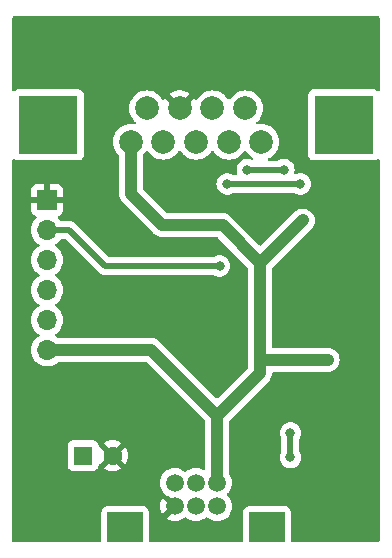
<source format=gbr>
%TF.GenerationSoftware,KiCad,Pcbnew,7.0.9*%
%TF.CreationDate,2023-12-18T18:57:19+03:00*%
%TF.ProjectId,SMD2WII,534d4432-5749-4492-9e6b-696361645f70,rev?*%
%TF.SameCoordinates,Original*%
%TF.FileFunction,Copper,L2,Bot*%
%TF.FilePolarity,Positive*%
%FSLAX46Y46*%
G04 Gerber Fmt 4.6, Leading zero omitted, Abs format (unit mm)*
G04 Created by KiCad (PCBNEW 7.0.9) date 2023-12-18 18:57:19*
%MOMM*%
%LPD*%
G01*
G04 APERTURE LIST*
G04 Aperture macros list*
%AMFreePoly0*
4,1,5,1.500000,-1.250000,-1.500000,-1.250000,-1.500000,1.250000,1.500000,1.250000,1.500000,-1.250000,1.500000,-1.250000,$1*%
G04 Aperture macros list end*
%TA.AperFunction,ComponentPad*%
%ADD10R,1.600000X1.600000*%
%TD*%
%TA.AperFunction,ComponentPad*%
%ADD11C,1.600000*%
%TD*%
%TA.AperFunction,ComponentPad*%
%ADD12R,5.000000X5.000000*%
%TD*%
%TA.AperFunction,ComponentPad*%
%ADD13C,2.000000*%
%TD*%
%TA.AperFunction,ComponentPad*%
%ADD14FreePoly0,180.000000*%
%TD*%
%TA.AperFunction,ComponentPad*%
%ADD15C,1.500000*%
%TD*%
%TA.AperFunction,ComponentPad*%
%ADD16R,1.700000X1.700000*%
%TD*%
%TA.AperFunction,ComponentPad*%
%ADD17O,1.700000X1.700000*%
%TD*%
%TA.AperFunction,ViaPad*%
%ADD18C,1.000000*%
%TD*%
%TA.AperFunction,ViaPad*%
%ADD19C,0.800000*%
%TD*%
%TA.AperFunction,Conductor*%
%ADD20C,1.000000*%
%TD*%
%TA.AperFunction,Conductor*%
%ADD21C,0.500000*%
%TD*%
G04 APERTURE END LIST*
D10*
%TO.P,C1,1*%
%TO.N,VCC*%
X104094888Y-91100000D03*
D11*
%TO.P,C1,2*%
%TO.N,GND*%
X106594888Y-91100000D03*
%TD*%
D12*
%TO.P,J2,0*%
%TO.N,N/C*%
X126160000Y-63110331D03*
X101160000Y-63110331D03*
D13*
%TO.P,J2,1,1*%
%TO.N,/SMD_D0*%
X119200000Y-64530331D03*
%TO.P,J2,2,2*%
%TO.N,/SMD_D1*%
X116430000Y-64530331D03*
%TO.P,J2,3,3*%
%TO.N,/SMD_D2*%
X113660000Y-64530331D03*
%TO.P,J2,4,4*%
%TO.N,/SMD_D3*%
X110890000Y-64530331D03*
%TO.P,J2,5,5*%
%TO.N,VCC*%
X108120000Y-64530331D03*
%TO.P,J2,6,6*%
%TO.N,/SMD_D4*%
X117815000Y-61690331D03*
%TO.P,J2,7,7*%
%TO.N,/SMD_SELECT*%
X115045000Y-61690331D03*
%TO.P,J2,8,8*%
%TO.N,GND*%
X112275000Y-61690331D03*
%TO.P,J2,9,9*%
%TO.N,/SMD_D5*%
X109505000Y-61690331D03*
%TD*%
D14*
%TO.P,J1,*%
%TO.N,*%
X119650000Y-97150000D03*
X107650000Y-97150000D03*
D15*
%TO.P,J1,1,VCC*%
%TO.N,VCC*%
X115450000Y-93400000D03*
%TO.P,J1,2,DTC*%
%TO.N,/DTC*%
X113650000Y-93400000D03*
%TO.P,J1,3,SDA*%
%TO.N,/SDA*%
X111850000Y-93400000D03*
%TO.P,J1,4,SCL*%
%TO.N,/SCL*%
X115450000Y-95400000D03*
%TO.P,J1,5*%
%TO.N,unconnected-(J1-Pad5)*%
X113650000Y-95400000D03*
%TO.P,J1,6,GND*%
%TO.N,GND*%
X111850000Y-95400000D03*
%TD*%
D16*
%TO.P,J3,1,Pin_1*%
%TO.N,GND*%
X101050000Y-69470000D03*
D17*
%TO.P,J3,2,Pin_2*%
%TO.N,RESET*%
X101050000Y-72010000D03*
%TO.P,J3,3,Pin_3*%
%TO.N,/MOSI*%
X101050000Y-74550000D03*
%TO.P,J3,4,Pin_4*%
%TO.N,/MISO*%
X101050000Y-77090000D03*
%TO.P,J3,5,Pin_5*%
%TO.N,/SCK*%
X101050000Y-79630000D03*
%TO.P,J3,6,Pin_6*%
%TO.N,VCC*%
X101050000Y-82170000D03*
%TD*%
D18*
%TO.N,VCC*%
X124800000Y-83000000D03*
X122700000Y-71200000D03*
D19*
%TO.N,GND*%
X109200000Y-87200000D03*
D18*
X113850000Y-69050000D03*
D19*
X116900000Y-83200000D03*
%TO.N,/DTC*%
X121650000Y-91249500D03*
X121650000Y-89200000D03*
%TO.N,/SMD_D4*%
X118000000Y-66900000D03*
X121100000Y-66900000D03*
%TO.N,/SMD_SELECT*%
X122500000Y-68100000D03*
X116300000Y-68100000D03*
%TO.N,RESET*%
X115650000Y-75050000D03*
%TD*%
D20*
%TO.N,VCC*%
X110800000Y-71600000D02*
X108120000Y-68920000D01*
X109870000Y-82170000D02*
X101050000Y-82170000D01*
X119100000Y-84100000D02*
X115450000Y-87750000D01*
X119100000Y-74800000D02*
X115900000Y-71600000D01*
X124800000Y-83000000D02*
X119100000Y-83000000D01*
X115900000Y-71600000D02*
X110800000Y-71600000D01*
X108120000Y-68920000D02*
X108120000Y-64530331D01*
X115450000Y-93200000D02*
X115450000Y-87750000D01*
X115450000Y-87750000D02*
X109870000Y-82170000D01*
X122700000Y-71200000D02*
X119100000Y-74800000D01*
X119100000Y-74800000D02*
X119100000Y-84100000D01*
D21*
%TO.N,/DTC*%
X121650000Y-91249500D02*
X121650000Y-89200000D01*
%TO.N,/SMD_D4*%
X118000000Y-66900000D02*
X121100000Y-66900000D01*
%TO.N,/SMD_SELECT*%
X122500000Y-68100000D02*
X116300000Y-68100000D01*
%TO.N,RESET*%
X102930000Y-72010000D02*
X101050000Y-72010000D01*
X105970000Y-75050000D02*
X102930000Y-72010000D01*
X115650000Y-75050000D02*
X105970000Y-75050000D01*
%TD*%
%TA.AperFunction,Conductor*%
%TO.N,GND*%
G36*
X129142539Y-53920185D02*
G01*
X129188294Y-53972989D01*
X129199500Y-54024500D01*
X129199500Y-60131280D01*
X129179815Y-60198319D01*
X129127011Y-60244074D01*
X129057853Y-60254018D01*
X129001189Y-60230547D01*
X128906204Y-60159442D01*
X128769203Y-60108342D01*
X128708654Y-60101831D01*
X128708638Y-60101831D01*
X123611362Y-60101831D01*
X123611345Y-60101831D01*
X123550797Y-60108342D01*
X123550795Y-60108342D01*
X123413795Y-60159442D01*
X123296739Y-60247070D01*
X123209111Y-60364126D01*
X123158011Y-60501126D01*
X123158011Y-60501128D01*
X123151500Y-60561676D01*
X123151500Y-65658985D01*
X123158011Y-65719533D01*
X123158011Y-65719535D01*
X123196955Y-65823945D01*
X123209111Y-65856535D01*
X123296739Y-65973592D01*
X123413796Y-66061220D01*
X123550799Y-66112320D01*
X123578050Y-66115249D01*
X123611345Y-66118830D01*
X123611362Y-66118831D01*
X128708638Y-66118831D01*
X128708654Y-66118830D01*
X128735692Y-66115922D01*
X128769201Y-66112320D01*
X128906204Y-66061220D01*
X129001191Y-65990113D01*
X129066653Y-65965697D01*
X129134926Y-65980548D01*
X129184332Y-66029953D01*
X129199500Y-66089381D01*
X129199500Y-98275500D01*
X129179815Y-98342539D01*
X129127011Y-98388294D01*
X129075500Y-98399500D01*
X121787729Y-98399500D01*
X121720690Y-98379815D01*
X121674935Y-98327011D01*
X121663729Y-98275500D01*
X121663729Y-95900000D01*
X121658500Y-95826888D01*
X121637469Y-95755265D01*
X121617304Y-95686589D01*
X121574106Y-95619372D01*
X121538251Y-95563580D01*
X121478436Y-95511750D01*
X121427743Y-95467824D01*
X121427741Y-95467823D01*
X121294734Y-95407080D01*
X121182323Y-95390918D01*
X121150000Y-95386271D01*
X118150000Y-95386271D01*
X118076888Y-95391499D01*
X117936586Y-95432697D01*
X117813580Y-95511748D01*
X117717824Y-95622257D01*
X117717823Y-95622258D01*
X117657080Y-95755265D01*
X117636271Y-95900000D01*
X117636271Y-98275500D01*
X117616586Y-98342539D01*
X117563782Y-98388294D01*
X117512271Y-98399500D01*
X109787729Y-98399500D01*
X109720690Y-98379815D01*
X109674935Y-98327011D01*
X109663729Y-98275500D01*
X109663729Y-95900000D01*
X109658500Y-95826888D01*
X109637469Y-95755265D01*
X109617304Y-95686589D01*
X109574106Y-95619372D01*
X109538251Y-95563580D01*
X109478436Y-95511750D01*
X109427743Y-95467824D01*
X109427741Y-95467823D01*
X109294734Y-95407080D01*
X109182323Y-95390918D01*
X109150000Y-95386271D01*
X106150000Y-95386271D01*
X106076888Y-95391499D01*
X105936586Y-95432697D01*
X105813580Y-95511748D01*
X105717824Y-95622257D01*
X105717823Y-95622258D01*
X105657080Y-95755265D01*
X105636271Y-95900000D01*
X105636271Y-98275500D01*
X105616586Y-98342539D01*
X105563782Y-98388294D01*
X105512271Y-98399500D01*
X98224500Y-98399500D01*
X98157461Y-98379815D01*
X98111706Y-98327011D01*
X98100500Y-98275500D01*
X98100500Y-91948654D01*
X102786388Y-91948654D01*
X102792899Y-92009202D01*
X102792899Y-92009204D01*
X102843999Y-92146204D01*
X102931627Y-92263261D01*
X103048684Y-92350889D01*
X103185687Y-92401989D01*
X103212938Y-92404918D01*
X103246233Y-92408499D01*
X103246250Y-92408500D01*
X104943526Y-92408500D01*
X104943542Y-92408499D01*
X104970580Y-92405591D01*
X105004089Y-92401989D01*
X105141092Y-92350889D01*
X105258149Y-92263261D01*
X105345777Y-92146204D01*
X105396877Y-92009201D01*
X105400479Y-91975692D01*
X105403387Y-91948654D01*
X105403565Y-91945331D01*
X105403743Y-91945340D01*
X105403744Y-91945335D01*
X105403847Y-91945346D01*
X105405016Y-91945408D01*
X105423073Y-91883915D01*
X105475877Y-91838160D01*
X105508854Y-91832480D01*
X106196934Y-91144399D01*
X106209723Y-91225148D01*
X106267247Y-91338045D01*
X106356843Y-91427641D01*
X106469740Y-91485165D01*
X106550487Y-91497953D01*
X105869414Y-92179025D01*
X105869414Y-92179026D01*
X105942400Y-92230131D01*
X105942404Y-92230133D01*
X106148561Y-92326265D01*
X106148570Y-92326269D01*
X106368277Y-92385139D01*
X106368288Y-92385141D01*
X106594886Y-92404966D01*
X106594890Y-92404966D01*
X106821487Y-92385141D01*
X106821498Y-92385139D01*
X107041205Y-92326269D01*
X107041219Y-92326264D01*
X107247366Y-92230136D01*
X107320360Y-92179025D01*
X106639289Y-91497953D01*
X106720036Y-91485165D01*
X106832933Y-91427641D01*
X106922529Y-91338045D01*
X106980053Y-91225148D01*
X106992841Y-91144400D01*
X107673913Y-91825472D01*
X107725024Y-91752478D01*
X107821152Y-91546331D01*
X107821157Y-91546317D01*
X107880027Y-91326610D01*
X107880029Y-91326599D01*
X107899854Y-91100002D01*
X107899854Y-91099997D01*
X107880029Y-90873400D01*
X107880027Y-90873389D01*
X107821157Y-90653682D01*
X107821153Y-90653673D01*
X107725021Y-90447516D01*
X107725019Y-90447512D01*
X107673914Y-90374526D01*
X107673913Y-90374526D01*
X106992841Y-91055598D01*
X106980053Y-90974852D01*
X106922529Y-90861955D01*
X106832933Y-90772359D01*
X106720036Y-90714835D01*
X106639288Y-90702046D01*
X107320360Y-90020974D01*
X107320359Y-90020973D01*
X107247371Y-89969866D01*
X107247369Y-89969865D01*
X107041214Y-89873734D01*
X107041205Y-89873730D01*
X106821498Y-89814860D01*
X106821487Y-89814858D01*
X106594890Y-89795034D01*
X106594886Y-89795034D01*
X106368288Y-89814858D01*
X106368277Y-89814860D01*
X106148570Y-89873730D01*
X106148561Y-89873734D01*
X105942401Y-89969868D01*
X105869415Y-90020972D01*
X105869414Y-90020973D01*
X106550488Y-90702046D01*
X106469740Y-90714835D01*
X106356843Y-90772359D01*
X106267247Y-90861955D01*
X106209723Y-90974852D01*
X106196934Y-91055599D01*
X105507797Y-90366462D01*
X105469694Y-90358804D01*
X105419511Y-90310188D01*
X105404853Y-90254600D01*
X105403847Y-90254653D01*
X105403744Y-90254665D01*
X105403743Y-90254659D01*
X105403565Y-90254669D01*
X105403387Y-90251345D01*
X105400045Y-90220270D01*
X105396877Y-90190799D01*
X105345777Y-90053796D01*
X105258149Y-89936739D01*
X105141092Y-89849111D01*
X105004091Y-89798011D01*
X104943542Y-89791500D01*
X104943526Y-89791500D01*
X103246250Y-89791500D01*
X103246233Y-89791500D01*
X103185685Y-89798011D01*
X103185683Y-89798011D01*
X103048683Y-89849111D01*
X102931627Y-89936739D01*
X102843999Y-90053795D01*
X102792899Y-90190795D01*
X102792899Y-90190797D01*
X102786388Y-90251345D01*
X102786388Y-91948654D01*
X98100500Y-91948654D01*
X98100500Y-82170005D01*
X99686844Y-82170005D01*
X99705434Y-82394359D01*
X99705436Y-82394371D01*
X99760703Y-82612614D01*
X99851140Y-82818792D01*
X99974276Y-83007265D01*
X99974284Y-83007276D01*
X100126756Y-83172902D01*
X100126761Y-83172907D01*
X100158614Y-83197699D01*
X100304424Y-83311189D01*
X100304425Y-83311189D01*
X100304427Y-83311191D01*
X100431135Y-83379761D01*
X100502426Y-83418342D01*
X100715365Y-83491444D01*
X100937431Y-83528500D01*
X101162569Y-83528500D01*
X101384635Y-83491444D01*
X101597574Y-83418342D01*
X101795576Y-83311189D01*
X101849723Y-83269043D01*
X101932461Y-83204647D01*
X101997455Y-83179004D01*
X102008623Y-83178500D01*
X109400904Y-83178500D01*
X109467943Y-83198185D01*
X109488585Y-83214819D01*
X114405181Y-88131415D01*
X114438666Y-88192738D01*
X114441500Y-88219096D01*
X114441500Y-92185840D01*
X114421815Y-92252879D01*
X114369011Y-92298634D01*
X114299853Y-92308578D01*
X114265096Y-92298222D01*
X114082082Y-92212882D01*
X114082077Y-92212880D01*
X114082076Y-92212880D01*
X113955699Y-92179017D01*
X113869372Y-92155885D01*
X113869365Y-92155884D01*
X113650002Y-92136693D01*
X113649998Y-92136693D01*
X113430634Y-92155884D01*
X113430627Y-92155885D01*
X113217920Y-92212881D01*
X113018346Y-92305944D01*
X113018342Y-92305946D01*
X112837967Y-92432247D01*
X112837960Y-92432252D01*
X112837681Y-92432532D01*
X112837527Y-92432615D01*
X112833819Y-92435728D01*
X112833193Y-92434982D01*
X112776358Y-92466017D01*
X112706666Y-92461033D01*
X112666571Y-92435264D01*
X112666182Y-92435729D01*
X112662546Y-92432678D01*
X112662319Y-92432532D01*
X112662038Y-92432251D01*
X112594755Y-92385139D01*
X112481654Y-92305944D01*
X112465094Y-92298222D01*
X112282081Y-92212882D01*
X112282079Y-92212881D01*
X112282076Y-92212880D01*
X112130777Y-92172339D01*
X112069372Y-92155885D01*
X112069365Y-92155884D01*
X111850002Y-92136693D01*
X111849998Y-92136693D01*
X111630634Y-92155884D01*
X111630627Y-92155885D01*
X111417920Y-92212881D01*
X111218346Y-92305944D01*
X111218342Y-92305946D01*
X111037967Y-92432247D01*
X111037960Y-92432252D01*
X110882252Y-92587960D01*
X110882247Y-92587967D01*
X110755946Y-92768342D01*
X110755944Y-92768346D01*
X110662881Y-92967920D01*
X110605885Y-93180627D01*
X110605884Y-93180634D01*
X110586693Y-93399997D01*
X110586693Y-93400000D01*
X110605885Y-93619371D01*
X110662880Y-93832076D01*
X110755944Y-94031654D01*
X110882251Y-94212038D01*
X111037962Y-94367749D01*
X111218346Y-94494056D01*
X111347047Y-94554069D01*
X111382323Y-94578770D01*
X111953553Y-95150000D01*
X111625376Y-95150000D01*
X111552455Y-95164505D01*
X111469760Y-95219760D01*
X111414505Y-95302455D01*
X111411916Y-95315468D01*
X110806875Y-94710427D01*
X110806875Y-94710428D01*
X110763333Y-94772612D01*
X110763332Y-94772614D01*
X110670898Y-94970840D01*
X110670894Y-94970849D01*
X110614289Y-95182105D01*
X110614287Y-95182115D01*
X110595225Y-95399999D01*
X110595225Y-95400000D01*
X110614287Y-95617884D01*
X110614289Y-95617894D01*
X110670894Y-95829150D01*
X110670898Y-95829159D01*
X110763335Y-96027391D01*
X110806873Y-96089571D01*
X110806875Y-96089572D01*
X111411916Y-95484530D01*
X111414505Y-95497545D01*
X111469760Y-95580240D01*
X111552455Y-95635495D01*
X111625376Y-95650000D01*
X111953551Y-95650000D01*
X111160426Y-96443124D01*
X111222611Y-96486666D01*
X111222613Y-96486667D01*
X111420840Y-96579101D01*
X111420849Y-96579105D01*
X111632105Y-96635710D01*
X111632115Y-96635712D01*
X111849999Y-96654775D01*
X111850001Y-96654775D01*
X112067884Y-96635712D01*
X112067894Y-96635710D01*
X112279150Y-96579105D01*
X112279159Y-96579101D01*
X112477387Y-96486666D01*
X112656554Y-96361212D01*
X112660698Y-96357735D01*
X112661461Y-96358644D01*
X112717632Y-96327973D01*
X112787324Y-96332957D01*
X112831671Y-96361458D01*
X112837962Y-96367749D01*
X113018346Y-96494056D01*
X113217924Y-96587120D01*
X113430629Y-96644115D01*
X113587322Y-96657823D01*
X113649998Y-96663307D01*
X113650000Y-96663307D01*
X113650002Y-96663307D01*
X113704842Y-96658509D01*
X113869371Y-96644115D01*
X114082076Y-96587120D01*
X114281654Y-96494056D01*
X114462038Y-96367749D01*
X114462319Y-96367468D01*
X114462471Y-96367384D01*
X114466182Y-96364271D01*
X114466807Y-96365016D01*
X114523642Y-96333983D01*
X114593334Y-96338967D01*
X114633428Y-96364735D01*
X114633818Y-96364271D01*
X114637453Y-96367321D01*
X114637681Y-96367468D01*
X114637962Y-96367749D01*
X114818346Y-96494056D01*
X115017924Y-96587120D01*
X115230629Y-96644115D01*
X115387322Y-96657823D01*
X115449998Y-96663307D01*
X115450000Y-96663307D01*
X115450002Y-96663307D01*
X115504842Y-96658509D01*
X115669371Y-96644115D01*
X115882076Y-96587120D01*
X116081654Y-96494056D01*
X116262038Y-96367749D01*
X116417749Y-96212038D01*
X116544056Y-96031654D01*
X116637120Y-95832076D01*
X116694115Y-95619371D01*
X116709516Y-95443333D01*
X116713307Y-95400002D01*
X116713307Y-95399997D01*
X116694115Y-95180634D01*
X116694115Y-95180629D01*
X116637120Y-94967924D01*
X116544056Y-94768347D01*
X116544054Y-94768344D01*
X116544053Y-94768342D01*
X116457068Y-94644115D01*
X116417749Y-94587962D01*
X116317468Y-94487681D01*
X116283983Y-94426358D01*
X116288967Y-94356666D01*
X116317468Y-94312319D01*
X116350000Y-94279787D01*
X116417749Y-94212038D01*
X116544056Y-94031654D01*
X116637120Y-93832076D01*
X116694115Y-93619371D01*
X116713307Y-93400000D01*
X116694115Y-93180629D01*
X116637120Y-92967924D01*
X116544056Y-92768347D01*
X116480925Y-92678186D01*
X116458598Y-92611980D01*
X116458500Y-92607063D01*
X116458500Y-91249500D01*
X120736496Y-91249500D01*
X120756458Y-91439428D01*
X120756459Y-91439431D01*
X120815470Y-91621049D01*
X120815473Y-91621056D01*
X120910960Y-91786444D01*
X121038747Y-91928366D01*
X121193248Y-92040618D01*
X121367712Y-92118294D01*
X121554513Y-92158000D01*
X121745487Y-92158000D01*
X121932288Y-92118294D01*
X122106752Y-92040618D01*
X122261253Y-91928366D01*
X122389040Y-91786444D01*
X122484527Y-91621056D01*
X122543542Y-91439428D01*
X122563504Y-91249500D01*
X122543542Y-91059572D01*
X122484527Y-90877944D01*
X122425111Y-90775033D01*
X122408500Y-90713035D01*
X122408500Y-89736463D01*
X122425113Y-89674463D01*
X122484527Y-89571556D01*
X122543542Y-89389928D01*
X122563504Y-89200000D01*
X122543542Y-89010072D01*
X122484527Y-88828444D01*
X122389040Y-88663056D01*
X122261253Y-88521134D01*
X122106752Y-88408882D01*
X121932288Y-88331206D01*
X121932286Y-88331205D01*
X121745487Y-88291500D01*
X121554513Y-88291500D01*
X121367714Y-88331205D01*
X121193246Y-88408883D01*
X121038745Y-88521135D01*
X120910959Y-88663057D01*
X120815473Y-88828443D01*
X120815470Y-88828450D01*
X120756459Y-89010068D01*
X120756458Y-89010072D01*
X120736496Y-89200000D01*
X120756458Y-89389928D01*
X120756459Y-89389931D01*
X120815470Y-89571549D01*
X120815473Y-89571556D01*
X120874887Y-89674463D01*
X120891500Y-89736463D01*
X120891500Y-90713035D01*
X120874888Y-90775033D01*
X120818097Y-90873400D01*
X120815472Y-90877946D01*
X120815470Y-90877950D01*
X120783985Y-90974852D01*
X120756458Y-91059572D01*
X120736496Y-91249500D01*
X116458500Y-91249500D01*
X116458500Y-88219096D01*
X116478185Y-88152057D01*
X116494819Y-88131415D01*
X119775934Y-84850299D01*
X119780424Y-84846229D01*
X119816568Y-84816568D01*
X119942595Y-84663004D01*
X120035543Y-84489108D01*
X120036193Y-84487962D01*
X120036241Y-84487804D01*
X120036242Y-84487803D01*
X120093909Y-84297700D01*
X120111377Y-84120345D01*
X120137538Y-84055559D01*
X120194572Y-84015200D01*
X120234780Y-84008500D01*
X124747404Y-84008500D01*
X124753485Y-84008799D01*
X124767051Y-84010134D01*
X124800000Y-84013380D01*
X124997701Y-83993908D01*
X125187804Y-83936241D01*
X125363004Y-83842595D01*
X125516568Y-83716568D01*
X125642595Y-83563004D01*
X125736241Y-83387804D01*
X125793908Y-83197701D01*
X125813380Y-83000000D01*
X125793908Y-82802299D01*
X125736241Y-82612196D01*
X125736239Y-82612193D01*
X125736239Y-82612191D01*
X125642598Y-82437001D01*
X125642594Y-82436994D01*
X125516568Y-82283431D01*
X125363005Y-82157405D01*
X125362998Y-82157401D01*
X125187808Y-82063760D01*
X125092752Y-82034925D01*
X124997701Y-82006092D01*
X124997699Y-82006091D01*
X124997701Y-82006091D01*
X124817725Y-81988365D01*
X124800000Y-81986620D01*
X124799999Y-81986620D01*
X124753485Y-81991201D01*
X124747404Y-81991500D01*
X120232500Y-81991500D01*
X120165461Y-81971815D01*
X120119706Y-81919011D01*
X120108500Y-81867500D01*
X120108500Y-75269095D01*
X120128185Y-75202056D01*
X120144814Y-75181419D01*
X123375944Y-71950288D01*
X123380413Y-71946238D01*
X123416568Y-71916568D01*
X123542595Y-71763004D01*
X123636241Y-71587804D01*
X123662173Y-71502319D01*
X123693909Y-71397701D01*
X123713380Y-71200000D01*
X123693909Y-71002299D01*
X123636241Y-70812196D01*
X123556900Y-70663759D01*
X123542595Y-70636996D01*
X123517232Y-70606091D01*
X123416568Y-70483431D01*
X123263005Y-70357405D01*
X123262998Y-70357401D01*
X123087805Y-70263759D01*
X122897703Y-70206091D01*
X122700000Y-70186620D01*
X122502296Y-70206091D01*
X122356442Y-70250337D01*
X122312191Y-70263760D01*
X122137001Y-70357401D01*
X122136994Y-70357405D01*
X121983431Y-70483432D01*
X121953775Y-70519567D01*
X121949687Y-70524077D01*
X119187680Y-73286084D01*
X119126357Y-73319569D01*
X119056665Y-73314585D01*
X119012318Y-73286084D01*
X117960593Y-72234359D01*
X116650301Y-70924067D01*
X116646222Y-70919566D01*
X116616567Y-70883430D01*
X116463005Y-70757405D01*
X116462998Y-70757401D01*
X116287805Y-70663759D01*
X116097703Y-70606091D01*
X115965900Y-70593110D01*
X115900000Y-70586620D01*
X115899999Y-70586620D01*
X115853482Y-70591201D01*
X115847402Y-70591500D01*
X111269096Y-70591500D01*
X111202057Y-70571815D01*
X111181415Y-70555181D01*
X109164819Y-68538585D01*
X109131334Y-68477262D01*
X109128500Y-68450904D01*
X109128500Y-65709964D01*
X109148185Y-65642925D01*
X109171971Y-65615672D01*
X109189959Y-65600309D01*
X109189960Y-65600307D01*
X109189969Y-65600300D01*
X109344176Y-65419747D01*
X109399273Y-65329838D01*
X109451085Y-65282963D01*
X109520014Y-65271540D01*
X109584177Y-65299197D01*
X109610727Y-65329838D01*
X109665820Y-65419741D01*
X109665821Y-65419744D01*
X109665824Y-65419747D01*
X109820031Y-65600300D01*
X109906531Y-65674178D01*
X110000586Y-65754509D01*
X110000589Y-65754510D01*
X110203037Y-65878571D01*
X110203040Y-65878573D01*
X110422403Y-65969435D01*
X110422404Y-65969435D01*
X110422406Y-65969436D01*
X110653289Y-66024866D01*
X110890000Y-66043496D01*
X111126711Y-66024866D01*
X111357594Y-65969436D01*
X111357596Y-65969435D01*
X111357597Y-65969435D01*
X111576959Y-65878573D01*
X111576960Y-65878572D01*
X111576963Y-65878571D01*
X111779416Y-65754507D01*
X111959969Y-65600300D01*
X112114176Y-65419747D01*
X112169273Y-65329838D01*
X112221085Y-65282963D01*
X112290014Y-65271540D01*
X112354177Y-65299197D01*
X112380727Y-65329838D01*
X112435820Y-65419741D01*
X112435821Y-65419744D01*
X112435824Y-65419747D01*
X112590031Y-65600300D01*
X112676531Y-65674178D01*
X112770586Y-65754509D01*
X112770589Y-65754510D01*
X112973037Y-65878571D01*
X112973040Y-65878573D01*
X113192403Y-65969435D01*
X113192404Y-65969435D01*
X113192406Y-65969436D01*
X113423289Y-66024866D01*
X113660000Y-66043496D01*
X113896711Y-66024866D01*
X114127594Y-65969436D01*
X114127596Y-65969435D01*
X114127597Y-65969435D01*
X114346959Y-65878573D01*
X114346960Y-65878572D01*
X114346963Y-65878571D01*
X114549416Y-65754507D01*
X114729969Y-65600300D01*
X114884176Y-65419747D01*
X114939273Y-65329838D01*
X114991085Y-65282963D01*
X115060014Y-65271540D01*
X115124177Y-65299197D01*
X115150727Y-65329838D01*
X115205820Y-65419741D01*
X115205821Y-65419744D01*
X115205824Y-65419747D01*
X115360031Y-65600300D01*
X115446531Y-65674178D01*
X115540586Y-65754509D01*
X115540589Y-65754510D01*
X115743037Y-65878571D01*
X115743040Y-65878573D01*
X115962403Y-65969435D01*
X115962404Y-65969435D01*
X115962406Y-65969436D01*
X116193289Y-66024866D01*
X116430000Y-66043496D01*
X116666711Y-66024866D01*
X116897594Y-65969436D01*
X116897596Y-65969435D01*
X116897597Y-65969435D01*
X117116959Y-65878573D01*
X117116960Y-65878572D01*
X117116963Y-65878571D01*
X117319416Y-65754507D01*
X117499969Y-65600300D01*
X117654176Y-65419747D01*
X117709273Y-65329838D01*
X117761085Y-65282963D01*
X117830014Y-65271540D01*
X117894177Y-65299197D01*
X117920727Y-65329838D01*
X117975820Y-65419741D01*
X117975821Y-65419744D01*
X117975824Y-65419747D01*
X118130031Y-65600300D01*
X118216531Y-65674178D01*
X118310586Y-65754509D01*
X118310588Y-65754510D01*
X118423896Y-65823945D01*
X118470771Y-65875756D01*
X118482194Y-65944686D01*
X118454537Y-66008849D01*
X118396581Y-66047874D01*
X118326728Y-66049370D01*
X118308673Y-66042953D01*
X118296180Y-66037391D01*
X118282288Y-66031206D01*
X118282286Y-66031205D01*
X118095487Y-65991500D01*
X117904513Y-65991500D01*
X117717714Y-66031205D01*
X117717712Y-66031206D01*
X117543253Y-66108880D01*
X117543246Y-66108883D01*
X117388745Y-66221135D01*
X117260959Y-66363057D01*
X117165473Y-66528443D01*
X117165470Y-66528450D01*
X117106459Y-66710068D01*
X117106458Y-66710072D01*
X117086496Y-66900000D01*
X117106458Y-67089928D01*
X117106459Y-67089931D01*
X117135458Y-67179182D01*
X117137453Y-67249024D01*
X117101372Y-67308856D01*
X117038671Y-67339684D01*
X117017527Y-67341500D01*
X116841937Y-67341500D01*
X116774898Y-67321815D01*
X116769051Y-67317818D01*
X116756750Y-67308880D01*
X116622308Y-67249024D01*
X116582288Y-67231206D01*
X116582286Y-67231205D01*
X116395487Y-67191500D01*
X116204513Y-67191500D01*
X116017714Y-67231205D01*
X116017712Y-67231206D01*
X115843253Y-67308880D01*
X115843246Y-67308883D01*
X115688745Y-67421135D01*
X115560959Y-67563057D01*
X115465473Y-67728443D01*
X115465470Y-67728450D01*
X115406459Y-67910068D01*
X115406458Y-67910072D01*
X115386496Y-68100000D01*
X115406458Y-68289928D01*
X115406459Y-68289931D01*
X115465470Y-68471549D01*
X115465473Y-68471556D01*
X115560960Y-68636944D01*
X115688747Y-68778866D01*
X115843248Y-68891118D01*
X116017712Y-68968794D01*
X116204513Y-69008500D01*
X116395487Y-69008500D01*
X116582288Y-68968794D01*
X116756752Y-68891118D01*
X116769051Y-68882181D01*
X116834858Y-68858702D01*
X116841937Y-68858500D01*
X121958063Y-68858500D01*
X122025102Y-68878185D01*
X122030949Y-68882182D01*
X122043249Y-68891119D01*
X122108116Y-68919999D01*
X122217712Y-68968794D01*
X122404513Y-69008500D01*
X122595487Y-69008500D01*
X122782288Y-68968794D01*
X122956752Y-68891118D01*
X123111253Y-68778866D01*
X123239040Y-68636944D01*
X123334527Y-68471556D01*
X123393542Y-68289928D01*
X123413504Y-68100000D01*
X123393542Y-67910072D01*
X123334527Y-67728444D01*
X123239040Y-67563056D01*
X123111253Y-67421134D01*
X122956752Y-67308882D01*
X122782288Y-67231206D01*
X122782286Y-67231205D01*
X122595487Y-67191500D01*
X122404513Y-67191500D01*
X122217713Y-67231205D01*
X122217710Y-67231206D01*
X122156389Y-67258508D01*
X122087139Y-67267792D01*
X122023863Y-67238163D01*
X121986650Y-67179028D01*
X121987316Y-67109161D01*
X121988024Y-67106909D01*
X121993542Y-67089928D01*
X122013504Y-66900000D01*
X121993542Y-66710072D01*
X121934527Y-66528444D01*
X121839040Y-66363056D01*
X121711253Y-66221134D01*
X121556752Y-66108882D01*
X121382288Y-66031206D01*
X121382286Y-66031205D01*
X121195487Y-65991500D01*
X121004513Y-65991500D01*
X120817714Y-66031205D01*
X120643249Y-66108880D01*
X120630949Y-66117818D01*
X120565142Y-66141298D01*
X120558063Y-66141500D01*
X119875587Y-66141500D01*
X119808548Y-66121815D01*
X119762793Y-66069011D01*
X119752849Y-65999853D01*
X119781874Y-65936297D01*
X119828134Y-65902939D01*
X119886963Y-65878571D01*
X119976104Y-65823945D01*
X120089416Y-65754507D01*
X120269969Y-65600300D01*
X120424176Y-65419747D01*
X120548240Y-65217294D01*
X120585001Y-65128546D01*
X120639104Y-64997928D01*
X120639104Y-64997927D01*
X120639105Y-64997925D01*
X120694535Y-64767042D01*
X120713165Y-64530331D01*
X120694535Y-64293620D01*
X120639105Y-64062737D01*
X120639104Y-64062734D01*
X120639104Y-64062733D01*
X120548242Y-63843371D01*
X120548240Y-63843368D01*
X120424179Y-63640920D01*
X120424178Y-63640917D01*
X120280326Y-63472489D01*
X120269969Y-63460362D01*
X120114900Y-63327920D01*
X120089413Y-63306152D01*
X120089410Y-63306151D01*
X119886962Y-63182090D01*
X119886959Y-63182088D01*
X119667596Y-63091226D01*
X119436714Y-63035796D01*
X119200000Y-63017166D01*
X118963289Y-63035796D01*
X118963285Y-63035796D01*
X118963284Y-63035797D01*
X118907880Y-63049098D01*
X118838098Y-63045607D01*
X118781281Y-63004943D01*
X118755468Y-62940016D01*
X118768854Y-62871441D01*
X118798399Y-62834237D01*
X118884969Y-62760300D01*
X119039176Y-62579747D01*
X119163240Y-62377294D01*
X119200001Y-62288546D01*
X119254104Y-62157928D01*
X119254104Y-62157927D01*
X119254105Y-62157925D01*
X119309535Y-61927042D01*
X119328165Y-61690331D01*
X119309535Y-61453620D01*
X119254105Y-61222737D01*
X119254104Y-61222734D01*
X119254104Y-61222733D01*
X119163242Y-61003371D01*
X119163240Y-61003368D01*
X119039179Y-60800920D01*
X119039178Y-60800917D01*
X119004340Y-60760128D01*
X118884969Y-60620362D01*
X118765596Y-60518407D01*
X118704413Y-60466152D01*
X118704410Y-60466151D01*
X118501962Y-60342090D01*
X118501959Y-60342088D01*
X118282596Y-60251226D01*
X118051714Y-60195796D01*
X117815000Y-60177166D01*
X117578285Y-60195796D01*
X117347404Y-60251226D01*
X117347402Y-60251226D01*
X117128040Y-60342088D01*
X117128037Y-60342090D01*
X116925589Y-60466151D01*
X116925586Y-60466152D01*
X116745031Y-60620362D01*
X116590821Y-60800917D01*
X116590820Y-60800920D01*
X116535727Y-60890823D01*
X116483915Y-60937699D01*
X116414985Y-60949121D01*
X116350823Y-60921463D01*
X116324273Y-60890823D01*
X116269179Y-60800920D01*
X116269178Y-60800917D01*
X116234340Y-60760128D01*
X116114969Y-60620362D01*
X115995596Y-60518407D01*
X115934413Y-60466152D01*
X115934410Y-60466151D01*
X115731962Y-60342090D01*
X115731959Y-60342088D01*
X115512596Y-60251226D01*
X115281714Y-60195796D01*
X115045000Y-60177166D01*
X114808285Y-60195796D01*
X114577404Y-60251226D01*
X114577402Y-60251226D01*
X114358040Y-60342088D01*
X114358037Y-60342090D01*
X114155589Y-60466151D01*
X114155586Y-60466152D01*
X113975031Y-60620362D01*
X113820821Y-60800917D01*
X113820820Y-60800920D01*
X113760985Y-60898561D01*
X113709173Y-60945437D01*
X113640243Y-60956859D01*
X113576080Y-60929201D01*
X113551450Y-60901593D01*
X113498434Y-60820447D01*
X112758076Y-61560806D01*
X112734493Y-61480487D01*
X112656761Y-61359533D01*
X112548100Y-61265379D01*
X112417315Y-61205651D01*
X112407534Y-61204244D01*
X113145057Y-60466721D01*
X113145056Y-60466720D01*
X113098229Y-60430274D01*
X112879614Y-60311966D01*
X112879603Y-60311961D01*
X112644493Y-60231247D01*
X112399293Y-60190331D01*
X112150707Y-60190331D01*
X111905506Y-60231247D01*
X111670396Y-60311961D01*
X111670390Y-60311963D01*
X111451761Y-60430280D01*
X111404942Y-60466719D01*
X111404942Y-60466721D01*
X112142466Y-61204244D01*
X112132685Y-61205651D01*
X112001900Y-61265379D01*
X111893239Y-61359533D01*
X111815507Y-61480487D01*
X111791923Y-61560806D01*
X111051564Y-60820447D01*
X110998550Y-60901592D01*
X110945403Y-60946948D01*
X110876172Y-60956372D01*
X110812836Y-60926870D01*
X110789014Y-60898560D01*
X110729179Y-60800920D01*
X110729178Y-60800917D01*
X110694340Y-60760128D01*
X110574969Y-60620362D01*
X110455596Y-60518407D01*
X110394413Y-60466152D01*
X110394410Y-60466151D01*
X110191962Y-60342090D01*
X110191959Y-60342088D01*
X109972596Y-60251226D01*
X109741714Y-60195796D01*
X109505000Y-60177166D01*
X109268285Y-60195796D01*
X109037404Y-60251226D01*
X109037402Y-60251226D01*
X108818040Y-60342088D01*
X108818037Y-60342090D01*
X108615589Y-60466151D01*
X108615586Y-60466152D01*
X108435031Y-60620362D01*
X108280821Y-60800917D01*
X108280820Y-60800920D01*
X108156759Y-61003368D01*
X108156757Y-61003371D01*
X108065895Y-61222733D01*
X108065895Y-61222735D01*
X108010465Y-61453616D01*
X107991835Y-61690331D01*
X108010465Y-61927045D01*
X108065895Y-62157926D01*
X108065895Y-62157928D01*
X108156757Y-62377290D01*
X108156759Y-62377293D01*
X108280820Y-62579741D01*
X108280821Y-62579744D01*
X108280824Y-62579747D01*
X108435031Y-62760300D01*
X108521597Y-62834234D01*
X108559790Y-62892741D01*
X108560288Y-62962609D01*
X108522935Y-63021655D01*
X108459588Y-63051133D01*
X108412118Y-63049098D01*
X108356714Y-63035796D01*
X108120000Y-63017166D01*
X107883285Y-63035796D01*
X107652404Y-63091226D01*
X107652402Y-63091226D01*
X107433040Y-63182088D01*
X107433037Y-63182090D01*
X107230589Y-63306151D01*
X107230586Y-63306152D01*
X107050031Y-63460362D01*
X106895821Y-63640917D01*
X106895820Y-63640920D01*
X106771759Y-63843368D01*
X106771757Y-63843371D01*
X106680895Y-64062733D01*
X106680895Y-64062735D01*
X106625465Y-64293616D01*
X106606835Y-64530331D01*
X106625465Y-64767045D01*
X106680895Y-64997926D01*
X106680895Y-64997928D01*
X106771757Y-65217290D01*
X106771759Y-65217293D01*
X106895820Y-65419741D01*
X106895821Y-65419744D01*
X106895824Y-65419747D01*
X107050031Y-65600300D01*
X107050034Y-65600303D01*
X107050040Y-65600309D01*
X107068029Y-65615672D01*
X107106224Y-65674178D01*
X107111500Y-65709964D01*
X107111500Y-68867401D01*
X107111201Y-68873481D01*
X107106620Y-68919999D01*
X107126091Y-69117703D01*
X107183759Y-69307805D01*
X107277401Y-69482998D01*
X107277405Y-69483005D01*
X107403430Y-69636567D01*
X107439566Y-69666222D01*
X107444067Y-69670301D01*
X110049696Y-72275930D01*
X110053776Y-72280432D01*
X110083432Y-72316568D01*
X110236994Y-72442594D01*
X110237001Y-72442598D01*
X110412191Y-72536239D01*
X110412193Y-72536239D01*
X110412196Y-72536241D01*
X110602299Y-72593908D01*
X110602298Y-72593908D01*
X110620024Y-72595653D01*
X110800000Y-72613380D01*
X110833922Y-72610038D01*
X110846515Y-72608799D01*
X110852596Y-72608500D01*
X115430904Y-72608500D01*
X115497943Y-72628185D01*
X115518585Y-72644819D01*
X118055181Y-75181415D01*
X118088666Y-75242738D01*
X118091500Y-75269096D01*
X118091500Y-82947403D01*
X118091201Y-82953483D01*
X118086620Y-82999999D01*
X118091201Y-83046514D01*
X118091500Y-83052595D01*
X118091500Y-83630902D01*
X118071815Y-83697941D01*
X118055181Y-83718583D01*
X115537680Y-86236084D01*
X115476357Y-86269569D01*
X115406665Y-86264585D01*
X115362318Y-86236084D01*
X113062473Y-83936239D01*
X110620301Y-81494067D01*
X110616222Y-81489566D01*
X110586567Y-81453430D01*
X110433005Y-81327405D01*
X110432998Y-81327401D01*
X110257805Y-81233759D01*
X110067703Y-81176091D01*
X109935900Y-81163110D01*
X109870000Y-81156620D01*
X109869999Y-81156620D01*
X109823482Y-81161201D01*
X109817402Y-81161500D01*
X102008623Y-81161500D01*
X101941584Y-81141815D01*
X101932461Y-81135353D01*
X101795579Y-81028813D01*
X101795570Y-81028807D01*
X101759070Y-81009055D01*
X101709479Y-80959836D01*
X101694371Y-80891619D01*
X101718541Y-80826064D01*
X101759070Y-80790945D01*
X101759084Y-80790936D01*
X101795576Y-80771189D01*
X101973240Y-80632906D01*
X102125722Y-80467268D01*
X102248860Y-80278791D01*
X102339296Y-80072616D01*
X102394564Y-79854368D01*
X102413156Y-79630000D01*
X102394564Y-79405632D01*
X102339296Y-79187384D01*
X102248860Y-78981209D01*
X102125722Y-78792732D01*
X102125719Y-78792729D01*
X102125715Y-78792723D01*
X101973243Y-78627097D01*
X101973238Y-78627092D01*
X101795577Y-78488812D01*
X101795578Y-78488812D01*
X101795576Y-78488811D01*
X101759070Y-78469055D01*
X101709479Y-78419836D01*
X101694371Y-78351619D01*
X101718541Y-78286064D01*
X101759070Y-78250945D01*
X101759084Y-78250936D01*
X101795576Y-78231189D01*
X101973240Y-78092906D01*
X102125722Y-77927268D01*
X102248860Y-77738791D01*
X102339296Y-77532616D01*
X102394564Y-77314368D01*
X102413156Y-77090000D01*
X102394564Y-76865632D01*
X102339296Y-76647384D01*
X102248860Y-76441209D01*
X102125722Y-76252732D01*
X102125719Y-76252729D01*
X102125715Y-76252723D01*
X101973243Y-76087097D01*
X101973238Y-76087092D01*
X101795577Y-75948812D01*
X101795578Y-75948812D01*
X101795576Y-75948811D01*
X101759070Y-75929055D01*
X101709479Y-75879836D01*
X101694371Y-75811619D01*
X101718541Y-75746064D01*
X101759070Y-75710945D01*
X101759084Y-75710936D01*
X101795576Y-75691189D01*
X101973240Y-75552906D01*
X102072614Y-75444957D01*
X102125715Y-75387276D01*
X102125716Y-75387274D01*
X102125722Y-75387268D01*
X102248860Y-75198791D01*
X102339296Y-74992616D01*
X102394564Y-74774368D01*
X102413156Y-74550000D01*
X102398334Y-74371134D01*
X102394565Y-74325640D01*
X102394563Y-74325628D01*
X102339296Y-74107385D01*
X102248859Y-73901207D01*
X102125723Y-73712734D01*
X102125715Y-73712723D01*
X101973243Y-73547097D01*
X101973238Y-73547092D01*
X101795577Y-73408812D01*
X101795578Y-73408812D01*
X101795576Y-73408811D01*
X101759070Y-73389055D01*
X101709479Y-73339836D01*
X101694371Y-73271619D01*
X101718541Y-73206064D01*
X101759070Y-73170945D01*
X101759084Y-73170936D01*
X101795576Y-73151189D01*
X101973240Y-73012906D01*
X102125722Y-72847268D01*
X102140482Y-72824675D01*
X102193628Y-72779321D01*
X102244289Y-72768500D01*
X102564457Y-72768500D01*
X102631496Y-72788185D01*
X102652138Y-72804819D01*
X105388196Y-75540877D01*
X105399977Y-75554509D01*
X105414531Y-75574058D01*
X105444807Y-75599463D01*
X105455005Y-75608020D01*
X105458995Y-75611676D01*
X105464899Y-75617580D01*
X105490896Y-75638136D01*
X105550360Y-75688032D01*
X105550362Y-75688033D01*
X105556396Y-75692002D01*
X105556369Y-75692042D01*
X105562921Y-75696216D01*
X105562947Y-75696175D01*
X105569099Y-75699970D01*
X105631064Y-75728864D01*
X105639447Y-75732773D01*
X105708812Y-75767609D01*
X105708813Y-75767609D01*
X105708815Y-75767610D01*
X105715594Y-75770077D01*
X105715577Y-75770122D01*
X105722925Y-75772676D01*
X105722941Y-75772631D01*
X105729790Y-75774901D01*
X105729793Y-75774901D01*
X105729794Y-75774902D01*
X105805818Y-75790599D01*
X105881344Y-75808500D01*
X105881345Y-75808500D01*
X105881349Y-75808501D01*
X105888517Y-75809339D01*
X105888511Y-75809386D01*
X105896242Y-75810176D01*
X105896247Y-75810129D01*
X105903437Y-75810758D01*
X105903441Y-75810757D01*
X105903442Y-75810758D01*
X105981045Y-75808500D01*
X115108063Y-75808500D01*
X115175102Y-75828185D01*
X115180949Y-75832182D01*
X115193249Y-75841119D01*
X115260220Y-75870935D01*
X115367712Y-75918794D01*
X115554513Y-75958500D01*
X115745487Y-75958500D01*
X115932288Y-75918794D01*
X116106752Y-75841118D01*
X116261253Y-75728866D01*
X116389040Y-75586944D01*
X116484527Y-75421556D01*
X116543542Y-75239928D01*
X116563504Y-75050000D01*
X116543542Y-74860072D01*
X116484527Y-74678444D01*
X116389040Y-74513056D01*
X116261253Y-74371134D01*
X116106752Y-74258882D01*
X115932288Y-74181206D01*
X115932286Y-74181205D01*
X115745487Y-74141500D01*
X115554513Y-74141500D01*
X115367714Y-74181205D01*
X115193249Y-74258880D01*
X115180949Y-74267818D01*
X115115142Y-74291298D01*
X115108063Y-74291500D01*
X106335543Y-74291500D01*
X106268504Y-74271815D01*
X106247862Y-74255181D01*
X103511804Y-71519123D01*
X103500022Y-71505490D01*
X103485472Y-71485946D01*
X103485471Y-71485945D01*
X103485469Y-71485942D01*
X103484595Y-71485208D01*
X103444987Y-71451972D01*
X103440998Y-71448317D01*
X103435102Y-71442421D01*
X103435101Y-71442420D01*
X103409103Y-71421863D01*
X103349640Y-71371968D01*
X103349635Y-71371965D01*
X103343605Y-71367999D01*
X103343630Y-71367959D01*
X103337069Y-71363779D01*
X103337045Y-71363820D01*
X103330904Y-71360031D01*
X103260540Y-71327220D01*
X103191185Y-71292389D01*
X103184401Y-71289920D01*
X103184416Y-71289876D01*
X103177071Y-71287322D01*
X103177057Y-71287367D01*
X103170205Y-71285096D01*
X103132177Y-71277244D01*
X103094149Y-71269392D01*
X103018656Y-71251500D01*
X103018654Y-71251500D01*
X103018646Y-71251498D01*
X103011482Y-71250661D01*
X103011487Y-71250612D01*
X103003757Y-71249822D01*
X103003753Y-71249870D01*
X102996562Y-71249240D01*
X102918920Y-71251500D01*
X102244289Y-71251500D01*
X102177250Y-71231815D01*
X102140482Y-71195324D01*
X102125722Y-71172732D01*
X101974291Y-71008236D01*
X101943370Y-70945584D01*
X101951230Y-70876158D01*
X101995376Y-70822002D01*
X102022189Y-70808073D01*
X102142086Y-70763354D01*
X102142093Y-70763350D01*
X102257187Y-70677190D01*
X102257190Y-70677187D01*
X102343350Y-70562093D01*
X102343354Y-70562086D01*
X102393596Y-70427379D01*
X102393598Y-70427372D01*
X102399999Y-70367844D01*
X102400000Y-70367827D01*
X102400000Y-69720000D01*
X101483686Y-69720000D01*
X101509493Y-69679844D01*
X101550000Y-69541889D01*
X101550000Y-69398111D01*
X101509493Y-69260156D01*
X101483686Y-69220000D01*
X102400000Y-69220000D01*
X102400000Y-68572172D01*
X102399999Y-68572155D01*
X102393598Y-68512627D01*
X102393596Y-68512620D01*
X102343354Y-68377913D01*
X102343350Y-68377906D01*
X102257190Y-68262812D01*
X102257187Y-68262809D01*
X102142093Y-68176649D01*
X102142086Y-68176645D01*
X102007379Y-68126403D01*
X102007372Y-68126401D01*
X101947844Y-68120000D01*
X101300000Y-68120000D01*
X101300000Y-69034498D01*
X101192315Y-68985320D01*
X101085763Y-68970000D01*
X101014237Y-68970000D01*
X100907685Y-68985320D01*
X100800000Y-69034498D01*
X100800000Y-68120000D01*
X100152155Y-68120000D01*
X100092627Y-68126401D01*
X100092620Y-68126403D01*
X99957913Y-68176645D01*
X99957906Y-68176649D01*
X99842812Y-68262809D01*
X99842809Y-68262812D01*
X99756649Y-68377906D01*
X99756645Y-68377913D01*
X99706403Y-68512620D01*
X99706401Y-68512627D01*
X99700000Y-68572155D01*
X99700000Y-69220000D01*
X100616314Y-69220000D01*
X100590507Y-69260156D01*
X100550000Y-69398111D01*
X100550000Y-69541889D01*
X100590507Y-69679844D01*
X100616314Y-69720000D01*
X99700000Y-69720000D01*
X99700000Y-70367844D01*
X99706401Y-70427372D01*
X99706403Y-70427379D01*
X99756645Y-70562086D01*
X99756649Y-70562093D01*
X99842809Y-70677187D01*
X99842812Y-70677190D01*
X99957906Y-70763350D01*
X99957913Y-70763354D01*
X100077810Y-70808073D01*
X100133744Y-70849944D01*
X100158161Y-70915409D01*
X100143309Y-70983682D01*
X100125706Y-71008238D01*
X99974284Y-71172723D01*
X99974276Y-71172734D01*
X99851140Y-71361207D01*
X99760703Y-71567385D01*
X99705436Y-71785628D01*
X99705434Y-71785640D01*
X99686844Y-72009994D01*
X99686844Y-72010005D01*
X99705434Y-72234359D01*
X99705436Y-72234371D01*
X99760703Y-72452614D01*
X99851140Y-72658792D01*
X99974276Y-72847265D01*
X99974284Y-72847276D01*
X100126756Y-73012902D01*
X100126760Y-73012906D01*
X100304424Y-73151189D01*
X100304429Y-73151191D01*
X100304431Y-73151193D01*
X100340930Y-73170946D01*
X100390520Y-73220165D01*
X100405628Y-73288382D01*
X100381457Y-73353937D01*
X100340930Y-73389054D01*
X100304431Y-73408806D01*
X100304422Y-73408812D01*
X100126761Y-73547092D01*
X100126756Y-73547097D01*
X99974284Y-73712723D01*
X99974276Y-73712734D01*
X99851140Y-73901207D01*
X99760703Y-74107385D01*
X99705436Y-74325628D01*
X99705434Y-74325640D01*
X99686844Y-74549994D01*
X99686844Y-74550005D01*
X99705434Y-74774359D01*
X99705436Y-74774371D01*
X99760703Y-74992614D01*
X99851140Y-75198792D01*
X99974276Y-75387265D01*
X99974284Y-75387276D01*
X100126756Y-75552902D01*
X100126761Y-75552907D01*
X100185981Y-75599000D01*
X100304424Y-75691189D01*
X100304429Y-75691191D01*
X100304431Y-75691193D01*
X100340930Y-75710946D01*
X100390520Y-75760165D01*
X100405628Y-75828382D01*
X100381457Y-75893937D01*
X100340930Y-75929054D01*
X100304431Y-75948806D01*
X100304422Y-75948812D01*
X100126761Y-76087092D01*
X100126756Y-76087097D01*
X99974284Y-76252723D01*
X99974276Y-76252734D01*
X99851140Y-76441207D01*
X99760703Y-76647385D01*
X99705436Y-76865628D01*
X99705434Y-76865640D01*
X99686844Y-77089994D01*
X99686844Y-77090005D01*
X99705434Y-77314359D01*
X99705436Y-77314371D01*
X99760703Y-77532614D01*
X99851140Y-77738792D01*
X99974276Y-77927265D01*
X99974284Y-77927276D01*
X100126756Y-78092902D01*
X100126760Y-78092906D01*
X100304424Y-78231189D01*
X100304429Y-78231191D01*
X100304431Y-78231193D01*
X100340930Y-78250946D01*
X100390520Y-78300165D01*
X100405628Y-78368382D01*
X100381457Y-78433937D01*
X100340930Y-78469054D01*
X100304431Y-78488806D01*
X100304422Y-78488812D01*
X100126761Y-78627092D01*
X100126756Y-78627097D01*
X99974284Y-78792723D01*
X99974276Y-78792734D01*
X99851140Y-78981207D01*
X99760703Y-79187385D01*
X99705436Y-79405628D01*
X99705434Y-79405640D01*
X99686844Y-79629994D01*
X99686844Y-79630005D01*
X99705434Y-79854359D01*
X99705436Y-79854371D01*
X99760703Y-80072614D01*
X99851140Y-80278792D01*
X99974276Y-80467265D01*
X99974284Y-80467276D01*
X100126756Y-80632902D01*
X100126760Y-80632906D01*
X100304424Y-80771189D01*
X100304429Y-80771191D01*
X100304431Y-80771193D01*
X100340930Y-80790946D01*
X100390520Y-80840165D01*
X100405628Y-80908382D01*
X100381457Y-80973937D01*
X100340930Y-81009054D01*
X100304431Y-81028806D01*
X100304422Y-81028812D01*
X100126761Y-81167092D01*
X100126756Y-81167097D01*
X99974284Y-81332723D01*
X99974276Y-81332734D01*
X99851140Y-81521207D01*
X99760703Y-81727385D01*
X99705436Y-81945628D01*
X99705434Y-81945640D01*
X99686844Y-82169994D01*
X99686844Y-82170005D01*
X98100500Y-82170005D01*
X98100500Y-66074409D01*
X98120185Y-66007370D01*
X98172989Y-65961615D01*
X98242147Y-65951671D01*
X98298807Y-65975140D01*
X98413796Y-66061220D01*
X98550799Y-66112320D01*
X98578050Y-66115249D01*
X98611345Y-66118830D01*
X98611362Y-66118831D01*
X103708638Y-66118831D01*
X103708654Y-66118830D01*
X103735692Y-66115922D01*
X103769201Y-66112320D01*
X103906204Y-66061220D01*
X104023261Y-65973592D01*
X104110889Y-65856535D01*
X104161989Y-65719532D01*
X104166865Y-65674178D01*
X104168499Y-65658985D01*
X104168500Y-65658968D01*
X104168500Y-60561693D01*
X104168499Y-60561676D01*
X104165157Y-60530601D01*
X104161989Y-60501130D01*
X104148942Y-60466151D01*
X104135561Y-60430274D01*
X104110889Y-60364127D01*
X104023261Y-60247070D01*
X103906204Y-60159442D01*
X103870841Y-60146252D01*
X103769203Y-60108342D01*
X103708654Y-60101831D01*
X103708638Y-60101831D01*
X98611362Y-60101831D01*
X98611345Y-60101831D01*
X98550797Y-60108342D01*
X98550795Y-60108342D01*
X98413795Y-60159442D01*
X98298811Y-60245519D01*
X98233346Y-60269936D01*
X98165073Y-60255084D01*
X98115668Y-60205679D01*
X98100500Y-60146252D01*
X98100500Y-54024500D01*
X98120185Y-53957461D01*
X98172989Y-53911706D01*
X98224500Y-53900500D01*
X129075500Y-53900500D01*
X129142539Y-53920185D01*
G37*
%TD.AperFunction*%
%TD*%
M02*

</source>
